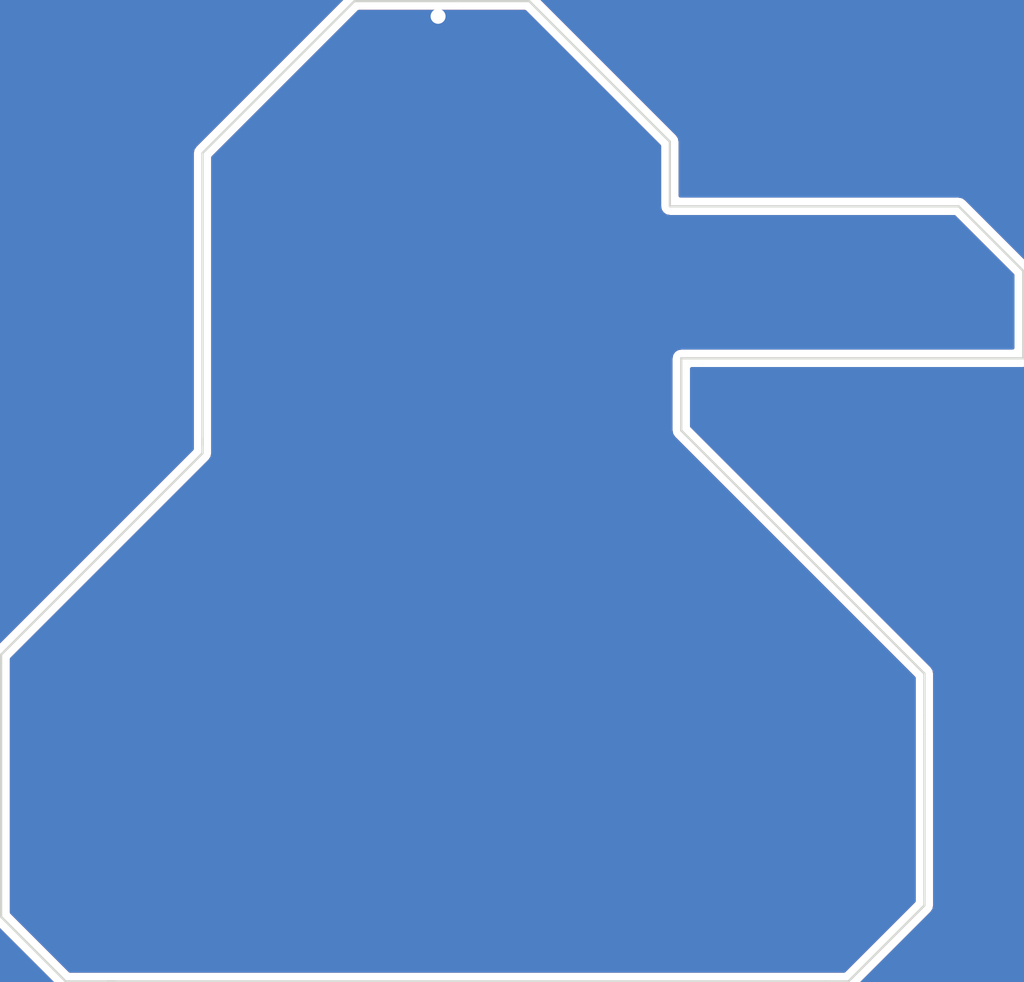
<source format=kicad_pcb>
(kicad_pcb (version 4) (host pcbnew 4.0.6)
  (layers (0 F.Cu signal hide) (31 B.Cu signal hide) (34 B.Paste user) (35 F.Paste user) (36 B.SilkS user) (37 F.SilkS user) (38 B.Mask user hide) (39 F.Mask user) (44 Edge.Cuts user))
  (net 0 "")
  (module twinpeaks:log-invert-300-thres-2 (layer F.Cu) (at 75.438 65.278)
    (fp_text reference G*** hide)
    (fp_text value LOGO hide)
  )
  (module twinpeaks:crop-log-300-thres-99 (layer B.Cu) (at 72.898 64.77 180)
    (fp_text reference G*** hide)
    (fp_text value LOGO hide)
  )
  (module twinpeaks:drill1mm (layer F.Cu) (at 69.596 33.02)
    (fp_text reference REF** hide)
    (fp_text value drill1 hide)
    (pad "" np_thru_hole circle (at 0 0) (size 1 1) (drill 1) (layers *.Cu *.Mask))
  )
  (gr_line (start 44.704 97.536) (end 48.006 97.536) (angle 90) (layer Edge.Cuts) (width 0.15))
  (gr_line (start 40.386 93.218) (end 44.704 97.536) (angle 90) (layer Edge.Cuts) (width 0.15))
  (gr_line (start 40.386 90.424) (end 40.386 93.218) (angle 90) (layer Edge.Cuts) (width 0.15))
  (gr_line (start 53.848 62.23) (end 53.848 61.214) (angle 90) (layer Edge.Cuts) (width 0.15))
  (gr_line (start 40.386 75.692) (end 53.848 62.23) (angle 90) (layer Edge.Cuts) (width 0.15))
  (gr_line (start 40.386 76.708) (end 40.386 75.692) (angle 90) (layer Edge.Cuts) (width 0.15))
  (gr_line (start 104.394 45.72) (end 104.648 45.974) (angle 90) (layer Edge.Cuts) (width 0.15))
  (gr_line (start 85.09 45.72) (end 104.394 45.72) (angle 90) (layer Edge.Cuts) (width 0.15))
  (gr_line (start 85.09 41.402) (end 85.09 45.72) (angle 90) (layer Edge.Cuts) (width 0.15))
  (gr_line (start 75.692 32.004) (end 85.09 41.402) (angle 90) (layer Edge.Cuts) (width 0.15))
  (gr_line (start 70.866 32.004) (end 75.692 32.004) (angle 90) (layer Edge.Cuts) (width 0.15))
  (gr_line (start 108.712 50.038) (end 104.648 45.974) (angle 90) (layer Edge.Cuts) (width 0.15))
  (gr_line (start 108.712 55.88) (end 108.712 50.038) (angle 90) (layer Edge.Cuts) (width 0.15))
  (gr_line (start 85.852 55.88) (end 108.712 55.88) (angle 90) (layer Edge.Cuts) (width 0.15))
  (gr_line (start 85.852 60.706) (end 85.852 55.88) (angle 90) (layer Edge.Cuts) (width 0.15))
  (gr_line (start 102.108 76.962) (end 85.852 60.706) (angle 90) (layer Edge.Cuts) (width 0.15))
  (gr_line (start 102.108 79.756) (end 102.108 76.962) (angle 90) (layer Edge.Cuts) (width 0.15))
  (gr_line (start 102.108 81.026) (end 102.108 79.756) (angle 90) (layer Edge.Cuts) (width 0.15))
  (gr_line (start 102.108 92.456) (end 102.108 81.026) (angle 90) (layer Edge.Cuts) (width 0.15))
  (gr_line (start 97.028 97.536) (end 102.108 92.456) (angle 90) (layer Edge.Cuts) (width 0.15))
  (gr_line (start 95.504 97.536) (end 97.028 97.536) (angle 90) (layer Edge.Cuts) (width 0.15))
  (gr_line (start 47.498 97.536) (end 95.504 97.536) (angle 90) (layer Edge.Cuts) (width 0.15))
  (gr_line (start 40.386 76.708) (end 40.386 90.424) (angle 90) (layer Edge.Cuts) (width 0.15))
  (gr_line (start 53.848 42.164) (end 53.848 61.722) (angle 90) (layer Edge.Cuts) (width 0.15))
  (gr_line (start 60.706 35.306) (end 53.848 42.164) (angle 90) (layer Edge.Cuts) (width 0.15))
  (gr_line (start 64.008 32.004) (end 60.706 35.306) (angle 90) (layer Edge.Cuts) (width 0.15))
  (gr_line (start 70.866 32.004) (end 64.008 32.004) (angle 90) (layer Edge.Cuts) (width 0.15))
  (zone (net 0) (net_name "") (layer F.Cu) (connect_pads (clearance 0.508)) (min_thickness 0.254) (fill yes (arc_segments 16) (thermal_gap 0.508) (thermal_bridge_width 0.508))
    (polygon (pts (xy 37.592 30.988) (xy 111.76 30.48) (xy 111.506 103.124) (xy 35.306 103.124) (xy 37.084 30.988)))
  )
  (zone (net 0) (net_name "") (layer B.Cu) (connect_pads (clearance 0.508)) (min_thickness 0.254) (fill yes (arc_segments 16) (thermal_gap 0.508) (thermal_bridge_width 0.508))
    (polygon (pts (xy 35.56 28.956) (xy 113.538 28.702) (xy 112.776 107.95) (xy 33.02 108.966) (xy 34.29 28.956)))
  )
)
</source>
